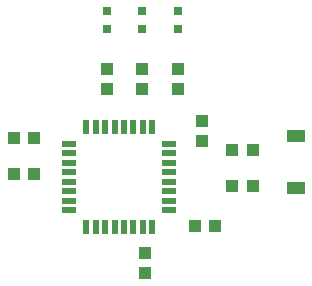
<source format=gbr>
G04 EAGLE Gerber RS-274X export*
G75*
%MOMM*%
%FSLAX34Y34*%
%LPD*%
%INSolderpaste Top*%
%IPPOS*%
%AMOC8*
5,1,8,0,0,1.08239X$1,22.5*%
G01*
%ADD10R,1.100000X1.000000*%
%ADD11R,1.000000X1.100000*%
%ADD12R,0.800000X0.800000*%
%ADD13R,1.600000X1.050000*%
%ADD14R,0.500000X1.200000*%
%ADD15R,1.200000X0.500000*%


D10*
X215020Y146050D03*
X232020Y146050D03*
X78500Y190000D03*
X61500Y190000D03*
X78500Y220000D03*
X61500Y220000D03*
D11*
X220980Y217560D03*
X220980Y234560D03*
D10*
X263500Y210000D03*
X246500Y210000D03*
D12*
X200000Y327500D03*
X200000Y312500D03*
X170000Y327500D03*
X170000Y312500D03*
X140000Y327500D03*
X140000Y312500D03*
D10*
X172720Y122800D03*
X172720Y105800D03*
D11*
X263500Y180000D03*
X246500Y180000D03*
D10*
X140000Y261500D03*
X140000Y278500D03*
X200000Y261500D03*
X200000Y278500D03*
X170000Y261500D03*
X170000Y278500D03*
D13*
X300000Y177750D03*
X300000Y222250D03*
D14*
X178690Y229870D03*
X170690Y229870D03*
X162690Y229870D03*
X154690Y229870D03*
X146690Y229870D03*
X138690Y229870D03*
X130690Y229870D03*
X122690Y229870D03*
D15*
X193190Y215370D03*
X193190Y207370D03*
X193190Y199370D03*
X193190Y191370D03*
X193190Y183370D03*
X193190Y175370D03*
X193190Y167370D03*
X193190Y159370D03*
X108190Y215370D03*
X108190Y207370D03*
X108190Y199370D03*
X108190Y191370D03*
X108190Y183370D03*
X108190Y175370D03*
X108190Y167370D03*
X108190Y159370D03*
D14*
X178690Y144870D03*
X170690Y144870D03*
X162690Y144870D03*
X154690Y144870D03*
X146690Y144870D03*
X138690Y144870D03*
X130690Y144870D03*
X122690Y144870D03*
M02*

</source>
